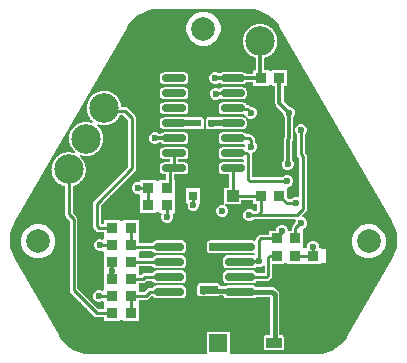
<source format=gbr>
G04*
G04 #@! TF.GenerationSoftware,Altium Limited,Altium Designer,23.10.1 (27)*
G04*
G04 Layer_Physical_Order=1*
G04 Layer_Color=255*
%FSLAX44Y44*%
%MOMM*%
G71*
G04*
G04 #@! TF.SameCoordinates,F1356F94-EBF5-402A-8C13-2620F03D8000*
G04*
G04*
G04 #@! TF.FilePolarity,Positive*
G04*
G01*
G75*
%ADD10C,0.2000*%
%ADD12R,0.9500X0.9500*%
G04:AMPARAMS|DCode=13|XSize=2.5mm|YSize=0.65mm|CornerRadius=0.1625mm|HoleSize=0mm|Usage=FLASHONLY|Rotation=0.000|XOffset=0mm|YOffset=0mm|HoleType=Round|Shape=RoundedRectangle|*
%AMROUNDEDRECTD13*
21,1,2.5000,0.3250,0,0,0.0*
21,1,2.1750,0.6500,0,0,0.0*
1,1,0.3250,1.0875,-0.1625*
1,1,0.3250,-1.0875,-0.1625*
1,1,0.3250,-1.0875,0.1625*
1,1,0.3250,1.0875,0.1625*
%
%ADD13ROUNDEDRECTD13*%
G04:AMPARAMS|DCode=14|XSize=1.97mm|YSize=0.6mm|CornerRadius=0.15mm|HoleSize=0mm|Usage=FLASHONLY|Rotation=180.000|XOffset=0mm|YOffset=0mm|HoleType=Round|Shape=RoundedRectangle|*
%AMROUNDEDRECTD14*
21,1,1.9700,0.3000,0,0,180.0*
21,1,1.6700,0.6000,0,0,180.0*
1,1,0.3000,-0.8350,0.1500*
1,1,0.3000,0.8350,0.1500*
1,1,0.3000,0.8350,-0.1500*
1,1,0.3000,-0.8350,-0.1500*
%
%ADD14ROUNDEDRECTD14*%
%ADD15R,0.8000X0.8000*%
%ADD21C,2.5000*%
%ADD24C,2.0000*%
%ADD25R,1.0000X1.0000*%
%ADD26C,0.2500*%
%ADD27C,0.3000*%
%ADD28C,0.2540*%
%ADD29C,0.4000*%
%ADD30R,1.4928X0.6857*%
%ADD31R,1.3349X0.8815*%
%ADD32R,2.8938X0.6157*%
%ADD33R,2.3519X0.6451*%
%ADD34R,2.3160X0.6207*%
%ADD35R,1.5000X1.5000*%
%ADD36C,1.5000*%
%ADD37C,0.3000*%
%ADD38C,0.4000*%
%ADD39C,0.6000*%
G36*
X37293Y-3059D02*
X39386Y-3059D01*
X43538Y-3605D01*
X47582Y-4689D01*
X51450Y-6291D01*
X55076Y-8385D01*
X58398Y-10934D01*
X61359Y-13894D01*
X63908Y-17216D01*
X64955Y-19029D01*
X159747Y-183215D01*
X160794Y-185028D01*
X162397Y-188897D01*
X163480Y-192941D01*
X164027Y-197092D01*
X164027Y-201279D01*
X163480Y-205431D01*
X162397Y-209475D01*
X160794Y-213343D01*
X159747Y-215156D01*
X122455Y-279750D01*
X121408Y-281563D01*
X118859Y-284884D01*
X115898Y-287845D01*
X112577Y-290394D01*
X108950Y-292488D01*
X105082Y-294090D01*
X101038Y-295174D01*
X96886Y-295720D01*
X22200D01*
Y-276980D01*
X3200D01*
Y-295720D01*
X-96886D01*
X-101038Y-295174D01*
X-105082Y-294090D01*
X-108950Y-292488D01*
X-112577Y-290394D01*
X-115898Y-287845D01*
X-118859Y-284884D01*
X-121408Y-281562D01*
X-122455Y-279750D01*
X-159747Y-215157D01*
X-159747Y-215156D01*
X-160794Y-213344D01*
X-162397Y-209475D01*
X-163480Y-205431D01*
X-164027Y-201279D01*
X-164027Y-197092D01*
X-163480Y-192941D01*
X-162397Y-188897D01*
X-160794Y-185028D01*
X-159747Y-183215D01*
X-159747Y-183215D01*
X-64955Y-19029D01*
X-63908Y-17216D01*
X-61359Y-13895D01*
X-58398Y-10934D01*
X-55077Y-8385D01*
X-51450Y-6291D01*
X-47582Y-4689D01*
X-43538Y-3605D01*
X-39386Y-3059D01*
X-37293Y-3059D01*
X37293Y-3059D01*
D02*
G37*
%LPC*%
G36*
X48323Y-15977D02*
X48068Y-15994D01*
X47812Y-15977D01*
X47448Y-16025D01*
X46159D01*
X44913Y-16359D01*
X44549Y-16407D01*
X44307Y-16489D01*
X44056Y-16539D01*
X43716Y-16680D01*
X42471Y-17013D01*
X41354Y-17658D01*
X41015Y-17799D01*
X40802Y-17941D01*
X40573Y-18054D01*
X40281Y-18278D01*
X39165Y-18922D01*
X38253Y-19834D01*
X37961Y-20058D01*
X37793Y-20250D01*
X37600Y-20419D01*
X37377Y-20710D01*
X36465Y-21622D01*
X35820Y-22739D01*
X35597Y-23030D01*
X35484Y-23260D01*
X35341Y-23472D01*
X35201Y-23812D01*
X34556Y-24929D01*
X34222Y-26174D01*
X34082Y-26513D01*
X34032Y-26764D01*
X33949Y-27007D01*
X33902Y-27371D01*
X33568Y-28616D01*
Y-29906D01*
X33520Y-30270D01*
X33537Y-30525D01*
X33520Y-30781D01*
X33568Y-31145D01*
Y-32434D01*
X33902Y-33680D01*
X33949Y-34044D01*
X34032Y-34286D01*
X34082Y-34537D01*
X34222Y-34877D01*
X34556Y-36122D01*
X35201Y-37239D01*
X35341Y-37578D01*
X35484Y-37791D01*
X35597Y-38021D01*
X35820Y-38312D01*
X36465Y-39429D01*
X37377Y-40340D01*
X37600Y-40632D01*
X37793Y-40800D01*
X37961Y-40993D01*
X38253Y-41216D01*
X39165Y-42128D01*
X40281Y-42773D01*
X40573Y-42997D01*
X40802Y-43110D01*
X41015Y-43252D01*
X41354Y-43393D01*
X42471Y-44037D01*
X43716Y-44371D01*
X44056Y-44511D01*
X44307Y-44561D01*
X44488Y-44623D01*
Y-54830D01*
X41638D01*
Y-58320D01*
X35933D01*
X35632Y-57868D01*
X34997Y-57444D01*
X34942Y-57421D01*
X34466Y-57103D01*
X33904Y-56991D01*
X33849Y-56969D01*
X33100Y-56820D01*
X16400D01*
X15651Y-56969D01*
X15596Y-56991D01*
X15034Y-57103D01*
X14558Y-57421D01*
X14503Y-57444D01*
X13868Y-57868D01*
X12773Y-57457D01*
X10935Y-56696D01*
X10019D01*
X9941Y-56680D01*
X9862Y-56696D01*
X8946D01*
X7108Y-57457D01*
X5702Y-58864D01*
X4941Y-60701D01*
Y-62691D01*
X5702Y-64528D01*
X7108Y-65935D01*
X8946Y-66696D01*
X10935D01*
X12773Y-65935D01*
X13868Y-65932D01*
X14503Y-66356D01*
X14558Y-66379D01*
X15034Y-66697D01*
X15596Y-66809D01*
X15651Y-66831D01*
X16400Y-66980D01*
X33100D01*
X33849Y-66831D01*
X33904Y-66809D01*
X34466Y-66697D01*
X34942Y-66379D01*
X34997Y-66356D01*
X35632Y-65932D01*
X35933Y-65480D01*
X41638D01*
Y-68330D01*
X55138D01*
Y-67560D01*
X57638D01*
Y-68330D01*
X60820D01*
Y-82909D01*
X61091Y-84275D01*
X61865Y-85433D01*
X67527Y-91095D01*
Y-92042D01*
X68288Y-93880D01*
X68958Y-94550D01*
Y-111262D01*
X68921Y-111299D01*
X68148Y-112457D01*
X67876Y-113822D01*
Y-131301D01*
X67206Y-131972D01*
X66445Y-133809D01*
Y-135799D01*
X67206Y-137636D01*
X68612Y-139043D01*
X70450Y-139804D01*
X72439D01*
X74277Y-139043D01*
X75683Y-137636D01*
X76445Y-135799D01*
Y-133809D01*
X75683Y-131972D01*
X75013Y-131301D01*
Y-115301D01*
X75050Y-115264D01*
X75824Y-114106D01*
X76095Y-112740D01*
Y-94550D01*
X76766Y-93880D01*
X77527Y-92042D01*
Y-90053D01*
X76766Y-88216D01*
X75359Y-86809D01*
X73521Y-86048D01*
X72574D01*
X67957Y-81431D01*
Y-68330D01*
X71138D01*
Y-54830D01*
X57638D01*
Y-55806D01*
X55138D01*
Y-54830D01*
X51648D01*
Y-44623D01*
X51829Y-44561D01*
X52080Y-44511D01*
X52419Y-44371D01*
X53665Y-44037D01*
X54781Y-43393D01*
X55121Y-43252D01*
X55333Y-43110D01*
X55563Y-42997D01*
X55854Y-42773D01*
X56971Y-42128D01*
X57883Y-41216D01*
X58174Y-40993D01*
X58343Y-40800D01*
X58535Y-40632D01*
X58759Y-40340D01*
X59671Y-39429D01*
X60315Y-38312D01*
X60539Y-38021D01*
X60652Y-37791D01*
X60794Y-37578D01*
X60935Y-37239D01*
X61580Y-36122D01*
X61913Y-34877D01*
X62054Y-34537D01*
X62104Y-34286D01*
X62186Y-34044D01*
X62234Y-33680D01*
X62568Y-32434D01*
Y-31145D01*
X62616Y-30781D01*
X62599Y-30525D01*
X62616Y-30270D01*
X62568Y-29906D01*
Y-28616D01*
X62234Y-27371D01*
X62186Y-27007D01*
X62104Y-26764D01*
X62054Y-26513D01*
X61913Y-26174D01*
X61580Y-24929D01*
X60935Y-23812D01*
X60794Y-23472D01*
X60652Y-23260D01*
X60539Y-23030D01*
X60315Y-22739D01*
X59671Y-21622D01*
X58759Y-20710D01*
X58535Y-20419D01*
X58343Y-20250D01*
X58174Y-20058D01*
X57883Y-19834D01*
X56971Y-18922D01*
X55854Y-18278D01*
X55563Y-18054D01*
X55334Y-17941D01*
X55121Y-17799D01*
X54781Y-17658D01*
X53665Y-17013D01*
X52419Y-16680D01*
X52080Y-16539D01*
X51829Y-16489D01*
X51586Y-16407D01*
X51222Y-16359D01*
X49977Y-16025D01*
X48687D01*
X48323Y-15977D01*
D02*
G37*
G36*
X1959Y-5500D02*
X-1859D01*
X-5547Y-6488D01*
X-8853Y-8397D01*
X-11553Y-11097D01*
X-13462Y-14403D01*
X-14450Y-18091D01*
Y-21909D01*
X-13462Y-25597D01*
X-11553Y-28903D01*
X-8853Y-31603D01*
X-5547Y-33512D01*
X-1859Y-34500D01*
X1959D01*
X5647Y-33512D01*
X8953Y-31603D01*
X11653Y-28903D01*
X13562Y-25597D01*
X14550Y-21909D01*
Y-18091D01*
X13562Y-14403D01*
X11653Y-11097D01*
X8953Y-8397D01*
X5647Y-6488D01*
X1959Y-5500D01*
D02*
G37*
G36*
X-16400Y-56831D02*
X-33100D01*
X-34466Y-57103D01*
X-35623Y-57877D01*
X-36397Y-59034D01*
X-36669Y-60400D01*
Y-63400D01*
X-36397Y-64766D01*
X-35623Y-65923D01*
X-34466Y-66697D01*
X-33100Y-66969D01*
X-16400D01*
X-15034Y-66697D01*
X-13877Y-65923D01*
X-13103Y-64766D01*
X-12831Y-63400D01*
Y-60400D01*
X-13103Y-59034D01*
X-13877Y-57877D01*
X-15034Y-57103D01*
X-16400Y-56831D01*
D02*
G37*
G36*
X33100Y-69531D02*
X16400D01*
X15034Y-69803D01*
X13877Y-70577D01*
X13791Y-70705D01*
X13238Y-70759D01*
X11400Y-69998D01*
X9411D01*
X7573Y-70759D01*
X6166Y-72166D01*
X5405Y-74003D01*
Y-75992D01*
X6166Y-77830D01*
X7573Y-79237D01*
X9411Y-79998D01*
X11400D01*
X13238Y-79237D01*
X13853Y-78621D01*
X13877Y-78623D01*
X15034Y-79397D01*
X16400Y-79669D01*
X33100D01*
X34466Y-79397D01*
X35623Y-78623D01*
X36397Y-77466D01*
X36669Y-76100D01*
Y-73100D01*
X36397Y-71734D01*
X35623Y-70577D01*
X34466Y-69803D01*
X33100Y-69531D01*
D02*
G37*
G36*
X-83872Y-72651D02*
X-84128Y-72668D01*
X-84383Y-72651D01*
X-84748Y-72699D01*
X-86037D01*
X-87282Y-73032D01*
X-87646Y-73081D01*
X-87889Y-73163D01*
X-88140Y-73213D01*
X-88479Y-73353D01*
X-89725Y-73687D01*
X-90841Y-74332D01*
X-91180Y-74472D01*
X-91393Y-74615D01*
X-91623Y-74728D01*
X-91915Y-74951D01*
X-93031Y-75596D01*
X-93942Y-76508D01*
X-94234Y-76731D01*
X-94403Y-76924D01*
X-94595Y-77092D01*
X-94819Y-77384D01*
X-95731Y-78296D01*
X-96375Y-79412D01*
X-96599Y-79704D01*
X-96712Y-79933D01*
X-96854Y-80146D01*
X-96995Y-80486D01*
X-97640Y-81602D01*
X-97973Y-82847D01*
X-98114Y-83187D01*
X-98164Y-83438D01*
X-98246Y-83680D01*
X-98294Y-84045D01*
X-98628Y-85290D01*
Y-86579D01*
X-98676Y-86943D01*
X-98659Y-87199D01*
X-98676Y-87454D01*
X-98628Y-87818D01*
Y-89108D01*
X-98294Y-90353D01*
X-98246Y-90717D01*
X-98164Y-90960D01*
X-98114Y-91211D01*
X-97973Y-91550D01*
X-97640Y-92796D01*
X-96995Y-93912D01*
X-96854Y-94252D01*
X-96712Y-94465D01*
X-96599Y-94694D01*
X-96375Y-94986D01*
X-95731Y-96102D01*
X-94819Y-97014D01*
X-94595Y-97305D01*
X-94403Y-97474D01*
X-94234Y-97666D01*
X-93943Y-97890D01*
X-93461Y-98372D01*
X-94118Y-99510D01*
X-97219Y-98680D01*
X-101037D01*
X-104725Y-99668D01*
X-108031Y-101577D01*
X-110731Y-104276D01*
X-112640Y-107583D01*
X-113628Y-111271D01*
Y-115089D01*
X-112640Y-118776D01*
X-110731Y-122083D01*
X-108461Y-124353D01*
X-109118Y-125491D01*
X-109776Y-125315D01*
X-110116Y-125174D01*
X-110367Y-125124D01*
X-110609Y-125042D01*
X-110973Y-124994D01*
X-112219Y-124660D01*
X-113508D01*
X-113872Y-124612D01*
X-114128Y-124629D01*
X-114383Y-124612D01*
X-114747Y-124660D01*
X-116037D01*
X-117282Y-124994D01*
X-117646Y-125042D01*
X-117889Y-125124D01*
X-118140Y-125174D01*
X-118479Y-125315D01*
X-119725Y-125648D01*
X-120841Y-126293D01*
X-121180Y-126434D01*
X-121393Y-126576D01*
X-121623Y-126689D01*
X-121914Y-126913D01*
X-123031Y-127557D01*
X-123943Y-128469D01*
X-124234Y-128693D01*
X-124403Y-128885D01*
X-124595Y-129054D01*
X-124819Y-129345D01*
X-125731Y-130257D01*
X-126375Y-131374D01*
X-126599Y-131665D01*
X-126712Y-131895D01*
X-126854Y-132108D01*
X-126995Y-132447D01*
X-127640Y-133564D01*
X-127973Y-134809D01*
X-128114Y-135148D01*
X-128164Y-135399D01*
X-128246Y-135642D01*
X-128294Y-136006D01*
X-128628Y-137251D01*
Y-138541D01*
X-128676Y-138905D01*
X-128659Y-139160D01*
X-128676Y-139416D01*
X-128628Y-139780D01*
Y-141069D01*
X-128294Y-142315D01*
X-128246Y-142679D01*
X-128164Y-142921D01*
X-128114Y-143172D01*
X-127973Y-143512D01*
X-127640Y-144757D01*
X-126995Y-145874D01*
X-126854Y-146213D01*
X-126712Y-146426D01*
X-126599Y-146656D01*
X-126375Y-146947D01*
X-125731Y-148064D01*
X-124819Y-148975D01*
X-124595Y-149267D01*
X-124403Y-149436D01*
X-124234Y-149628D01*
X-123943Y-149852D01*
X-123031Y-150763D01*
X-121914Y-151408D01*
X-121623Y-151631D01*
X-121393Y-151745D01*
X-121180Y-151887D01*
X-120841Y-152028D01*
X-119725Y-152672D01*
X-118479Y-153006D01*
X-118140Y-153146D01*
X-117889Y-153196D01*
X-117646Y-153279D01*
X-117441Y-153306D01*
Y-177251D01*
X-117189Y-178519D01*
X-116471Y-179594D01*
X-113267Y-182798D01*
Y-241423D01*
X-113014Y-242691D01*
X-112296Y-243766D01*
X-92747Y-263316D01*
X-91672Y-264034D01*
X-90404Y-264286D01*
X-84443D01*
Y-267723D01*
X-70943D01*
Y-266953D01*
X-68443D01*
Y-267723D01*
X-54943D01*
Y-254223D01*
X-54943D01*
Y-253274D01*
X-54943D01*
Y-249838D01*
X-48940D01*
X-47672Y-249586D01*
X-46597Y-248867D01*
X-44228Y-246499D01*
X-42703Y-246623D01*
X-42517Y-246901D01*
X-41318Y-247702D01*
X-39904Y-247984D01*
X-18154D01*
X-16740Y-247702D01*
X-15540Y-246901D01*
X-14739Y-245702D01*
X-14458Y-244288D01*
Y-241038D01*
X-14739Y-239623D01*
X-15540Y-238424D01*
X-16740Y-237623D01*
X-18154Y-237342D01*
X-39904D01*
X-41318Y-237623D01*
X-42517Y-238424D01*
X-43135Y-239349D01*
X-45078D01*
X-46346Y-239601D01*
X-47421Y-240319D01*
X-50312Y-243211D01*
X-54943D01*
Y-240096D01*
X-54943Y-239774D01*
Y-238826D01*
X-54943Y-238504D01*
Y-235389D01*
X-51493D01*
X-50224Y-235137D01*
X-49149Y-234419D01*
X-48007Y-233276D01*
X-43135D01*
X-42517Y-234201D01*
X-41318Y-235002D01*
X-39904Y-235284D01*
X-18154D01*
X-16740Y-235002D01*
X-15540Y-234201D01*
X-14739Y-233002D01*
X-14458Y-231588D01*
Y-228338D01*
X-14739Y-226923D01*
X-15540Y-225724D01*
X-16740Y-224923D01*
X-18154Y-224642D01*
X-39904D01*
X-41318Y-224923D01*
X-42517Y-225724D01*
X-43135Y-226649D01*
X-49379D01*
X-50648Y-226901D01*
X-51723Y-227619D01*
X-52865Y-228762D01*
X-54943D01*
Y-225326D01*
X-54943D01*
X-54818Y-224322D01*
X-54818D01*
X-54818Y-224108D01*
Y-220576D01*
X-43135D01*
X-42517Y-221501D01*
X-41318Y-222302D01*
X-39904Y-222584D01*
X-18154D01*
X-16740Y-222302D01*
X-15540Y-221501D01*
X-14739Y-220302D01*
X-14458Y-218888D01*
Y-215638D01*
X-14739Y-214223D01*
X-15540Y-213024D01*
X-16740Y-212223D01*
X-18154Y-211942D01*
X-39904D01*
X-41318Y-212223D01*
X-42517Y-213024D01*
X-43135Y-213949D01*
X-54818D01*
Y-211147D01*
X-54818Y-210822D01*
X-54943Y-209604D01*
Y-208774D01*
X-54045Y-207876D01*
X-43135D01*
X-42517Y-208801D01*
X-41318Y-209602D01*
X-39904Y-209884D01*
X-18154D01*
X-16740Y-209602D01*
X-15540Y-208801D01*
X-14739Y-207602D01*
X-14458Y-206188D01*
Y-202938D01*
X-14739Y-201523D01*
X-15540Y-200324D01*
X-16740Y-199523D01*
X-18154Y-199242D01*
X-39904D01*
X-41318Y-199523D01*
X-42517Y-200324D01*
X-43135Y-201249D01*
X-54943D01*
Y-196429D01*
X-54943D01*
Y-195481D01*
X-54943D01*
Y-181981D01*
X-68443D01*
Y-182957D01*
X-70943D01*
Y-181981D01*
X-84443D01*
Y-185417D01*
X-87064D01*
Y-169932D01*
X-57785Y-140653D01*
X-57067Y-139578D01*
X-56815Y-138310D01*
Y-95897D01*
X-57067Y-94629D01*
X-57785Y-93554D01*
X-64246Y-87094D01*
X-65321Y-86375D01*
X-66589Y-86123D01*
X-69628D01*
Y-85290D01*
X-69962Y-84044D01*
X-70009Y-83680D01*
X-70092Y-83438D01*
X-70142Y-83187D01*
X-70282Y-82848D01*
X-70616Y-81602D01*
X-71261Y-80485D01*
X-71401Y-80146D01*
X-71543Y-79933D01*
X-71657Y-79704D01*
X-71880Y-79412D01*
X-72525Y-78296D01*
X-73437Y-77384D01*
X-73660Y-77092D01*
X-73853Y-76924D01*
X-74021Y-76731D01*
X-74313Y-76508D01*
X-75224Y-75596D01*
X-76341Y-74951D01*
X-76633Y-74728D01*
X-76862Y-74615D01*
X-77075Y-74472D01*
X-77414Y-74332D01*
X-78531Y-73687D01*
X-79776Y-73353D01*
X-80116Y-73213D01*
X-80367Y-73163D01*
X-80609Y-73081D01*
X-80974Y-73032D01*
X-82219Y-72699D01*
X-83508D01*
X-83872Y-72651D01*
D02*
G37*
G36*
X-16400Y-69531D02*
X-33100D01*
X-34466Y-69803D01*
X-35623Y-70577D01*
X-36397Y-71734D01*
X-36669Y-73100D01*
Y-76100D01*
X-36397Y-77466D01*
X-35623Y-78623D01*
X-34466Y-79397D01*
X-33100Y-79669D01*
X-16400D01*
X-15034Y-79397D01*
X-13877Y-78623D01*
X-13103Y-77466D01*
X-12831Y-76100D01*
Y-73100D01*
X-13103Y-71734D01*
X-13877Y-70577D01*
X-15034Y-69803D01*
X-16400Y-69531D01*
D02*
G37*
G36*
Y-82231D02*
X-33100D01*
X-34466Y-82503D01*
X-35623Y-83277D01*
X-36397Y-84434D01*
X-36669Y-85800D01*
Y-88800D01*
X-36397Y-90166D01*
X-35623Y-91323D01*
X-34466Y-92097D01*
X-33100Y-92369D01*
X-16400D01*
X-15034Y-92097D01*
X-13877Y-91323D01*
X-13103Y-90166D01*
X-12831Y-88800D01*
Y-85800D01*
X-13103Y-84434D01*
X-13877Y-83277D01*
X-15034Y-82503D01*
X-16400Y-82231D01*
D02*
G37*
G36*
X33100D02*
X16400D01*
X15034Y-82503D01*
X13877Y-83277D01*
X13103Y-84434D01*
X12831Y-85800D01*
Y-88800D01*
X13103Y-90166D01*
X13877Y-91323D01*
X15034Y-92097D01*
X16400Y-92369D01*
X33100D01*
X33755Y-92238D01*
X34512Y-92146D01*
X35353Y-93031D01*
X35725Y-93929D01*
X37132Y-95335D01*
X38969Y-96097D01*
X40958D01*
X42796Y-95335D01*
X44203Y-93929D01*
X44964Y-92091D01*
Y-90102D01*
X44203Y-88264D01*
X42796Y-86858D01*
X40958Y-86097D01*
X39957D01*
X39093Y-85232D01*
X38017Y-84514D01*
X36749Y-84262D01*
X36281D01*
X35623Y-83277D01*
X34466Y-82503D01*
X33100Y-82231D01*
D02*
G37*
G36*
Y-94931D02*
X16400D01*
X16252Y-94961D01*
X4162D01*
X3382Y-95116D01*
X2721Y-95558D01*
X2279Y-96220D01*
X2123Y-97000D01*
Y-98892D01*
X1941Y-99333D01*
Y-101322D01*
X2123Y-101763D01*
Y-103157D01*
X2279Y-103937D01*
X2721Y-104599D01*
X3382Y-105041D01*
X4162Y-105196D01*
X5627D01*
X5946Y-105328D01*
X7935D01*
X8254Y-105196D01*
X13196D01*
X13271Y-105227D01*
X15260D01*
X15335Y-105196D01*
X33100D01*
X33880Y-105041D01*
X34151Y-104859D01*
X34466Y-104797D01*
X35623Y-104023D01*
X36397Y-102866D01*
X36669Y-101500D01*
Y-98500D01*
X36397Y-97134D01*
X35623Y-95977D01*
X34466Y-95203D01*
X33100Y-94931D01*
D02*
G37*
G36*
X-16400D02*
X-33100D01*
X-34466Y-95203D01*
X-35623Y-95977D01*
X-36397Y-97134D01*
X-36669Y-98500D01*
Y-101500D01*
X-36397Y-102866D01*
X-35623Y-104023D01*
X-34466Y-104797D01*
X-33100Y-105069D01*
X-25564D01*
X-25530Y-105091D01*
X-24750Y-105246D01*
X-1591D01*
X-810Y-105091D01*
X-149Y-104649D01*
X293Y-103988D01*
X449Y-103207D01*
Y-97000D01*
X293Y-96220D01*
X-149Y-95558D01*
X-810Y-95116D01*
X-1591Y-94961D01*
X-3730D01*
X-3743Y-94955D01*
X-5732D01*
X-5745Y-94961D01*
X-16252D01*
X-16400Y-94931D01*
D02*
G37*
G36*
Y-107631D02*
X-33100D01*
X-34466Y-107903D01*
X-35623Y-108677D01*
X-35927Y-109131D01*
X-37551D01*
X-38221Y-108461D01*
X-40059Y-107700D01*
X-42048D01*
X-43886Y-108461D01*
X-45292Y-109868D01*
X-46054Y-111705D01*
Y-113695D01*
X-45292Y-115532D01*
X-43886Y-116939D01*
X-42048Y-117700D01*
X-40059D01*
X-38221Y-116939D01*
X-37551Y-116269D01*
X-35927D01*
X-35623Y-116723D01*
X-34466Y-117497D01*
X-33100Y-117769D01*
X-16400D01*
X-15034Y-117497D01*
X-13877Y-116723D01*
X-13103Y-115566D01*
X-12831Y-114200D01*
Y-111200D01*
X-13103Y-109834D01*
X-13877Y-108677D01*
X-15034Y-107903D01*
X-16400Y-107631D01*
D02*
G37*
G36*
Y-120331D02*
X-33100D01*
X-34466Y-120603D01*
X-35623Y-121377D01*
X-36397Y-122534D01*
X-36669Y-123900D01*
Y-126900D01*
X-36397Y-128266D01*
X-35623Y-129423D01*
X-34466Y-130197D01*
X-33100Y-130469D01*
X-28064D01*
Y-133031D01*
X-33100D01*
X-34466Y-133303D01*
X-35623Y-134077D01*
X-36397Y-135234D01*
X-36669Y-136600D01*
Y-139600D01*
X-36397Y-140966D01*
X-35623Y-142123D01*
X-34466Y-142897D01*
X-33100Y-143169D01*
X-31350D01*
Y-148259D01*
X-37281D01*
Y-149028D01*
X-39781D01*
Y-148259D01*
X-53281D01*
Y-149411D01*
X-54338Y-150117D01*
X-54734Y-149953D01*
X-56723D01*
X-58561Y-150714D01*
X-59967Y-152121D01*
X-60729Y-153958D01*
Y-155947D01*
X-59967Y-157785D01*
X-58561Y-159192D01*
X-56723Y-159953D01*
X-54734D01*
X-54338Y-159789D01*
X-53281Y-160494D01*
Y-161759D01*
X-53281D01*
X-53314Y-162353D01*
X-53314D01*
X-53314Y-163015D01*
Y-175853D01*
X-39814D01*
Y-175084D01*
X-37314D01*
Y-175853D01*
X-35840D01*
X-35052Y-177123D01*
X-35531Y-178280D01*
Y-180269D01*
X-34769Y-182106D01*
X-33363Y-183513D01*
X-31525Y-184274D01*
X-29536D01*
X-27698Y-183513D01*
X-26292Y-182106D01*
X-25531Y-180269D01*
Y-178280D01*
X-26010Y-177123D01*
X-25221Y-175853D01*
X-23814D01*
Y-162353D01*
X-23814D01*
X-23781Y-161759D01*
X-23781D01*
X-23781Y-161096D01*
Y-148259D01*
X-24723D01*
Y-143169D01*
X-16400D01*
X-15034Y-142897D01*
X-13877Y-142123D01*
X-13103Y-140966D01*
X-12831Y-139600D01*
Y-136600D01*
X-13103Y-135234D01*
X-13877Y-134077D01*
X-15034Y-133303D01*
X-16400Y-133031D01*
X-21436D01*
Y-130469D01*
X-16400D01*
X-15034Y-130197D01*
X-13877Y-129423D01*
X-13103Y-128266D01*
X-12831Y-126900D01*
Y-123900D01*
X-13103Y-122534D01*
X-13877Y-121377D01*
X-15034Y-120603D01*
X-16400Y-120331D01*
D02*
G37*
G36*
X83573Y-100774D02*
X81584D01*
X79746Y-101535D01*
X78340Y-102942D01*
X77579Y-104779D01*
Y-106769D01*
X78340Y-108606D01*
X79265Y-109531D01*
Y-126193D01*
X79517Y-127461D01*
X80236Y-128536D01*
X81238Y-129539D01*
Y-161980D01*
X79968Y-162829D01*
X79108Y-162472D01*
X77119D01*
X75281Y-163234D01*
X74356Y-164159D01*
X72145D01*
X71138Y-163152D01*
Y-154709D01*
X72151Y-154089D01*
X73840Y-153390D01*
X75247Y-151983D01*
X76008Y-150146D01*
Y-148156D01*
X75247Y-146319D01*
X73840Y-144912D01*
X72003Y-144151D01*
X70014D01*
X68176Y-144912D01*
X67223Y-145866D01*
X41473D01*
Y-127139D01*
X41253Y-126032D01*
X41284Y-125735D01*
X41876Y-124558D01*
X43222Y-124001D01*
X44628Y-122594D01*
X45389Y-120757D01*
Y-118767D01*
X44628Y-116930D01*
X43703Y-116005D01*
Y-114164D01*
X43451Y-112896D01*
X42733Y-111821D01*
X41268Y-110357D01*
X40193Y-109639D01*
X38925Y-109386D01*
X36098D01*
X35623Y-108677D01*
X34466Y-107903D01*
X33100Y-107631D01*
X16400D01*
X15034Y-107903D01*
X13877Y-108677D01*
X13103Y-109834D01*
X12831Y-111200D01*
Y-114200D01*
X13103Y-115566D01*
X13877Y-116723D01*
X15034Y-117497D01*
X16400Y-117769D01*
X33100D01*
X34466Y-117497D01*
X34570Y-117427D01*
X35596Y-118269D01*
X35389Y-118767D01*
Y-119693D01*
X35109Y-119969D01*
X34119Y-120534D01*
X33100Y-120331D01*
X16400D01*
X15034Y-120603D01*
X13877Y-121377D01*
X13103Y-122534D01*
X12831Y-123900D01*
Y-126900D01*
X13103Y-128266D01*
X13877Y-129423D01*
X15034Y-130197D01*
X16400Y-130469D01*
X33100D01*
X33336Y-130422D01*
X34355Y-131245D01*
Y-132254D01*
X33336Y-133078D01*
X33100Y-133031D01*
X16400D01*
X15034Y-133303D01*
X13877Y-134077D01*
X13103Y-135234D01*
X12831Y-136600D01*
Y-139600D01*
X13103Y-140966D01*
X13877Y-142123D01*
X15034Y-142897D01*
X16400Y-143169D01*
X21436D01*
Y-154459D01*
X17750D01*
Y-167378D01*
X17750Y-168220D01*
X17665Y-168333D01*
X16883Y-169212D01*
X15709Y-169271D01*
X14980D01*
X13142Y-170032D01*
X11736Y-171439D01*
X10975Y-173276D01*
Y-175265D01*
X11736Y-177103D01*
X13142Y-178510D01*
X14980Y-179271D01*
X16969D01*
X18807Y-178510D01*
X20213Y-177103D01*
X20975Y-175265D01*
Y-173276D01*
X20213Y-171439D01*
X18807Y-170032D01*
X18076Y-169729D01*
X18327Y-168464D01*
X18339Y-168459D01*
X18900Y-168459D01*
X18900Y-168459D01*
X18921Y-168459D01*
X31750D01*
Y-164773D01*
X41638D01*
Y-168209D01*
X45075D01*
Y-174200D01*
X44540Y-174735D01*
X42648D01*
X41723Y-173810D01*
X39885Y-173048D01*
X37896D01*
X36058Y-173810D01*
X34652Y-175216D01*
X33890Y-177054D01*
Y-179043D01*
X34652Y-180881D01*
X36058Y-182287D01*
X37896Y-183048D01*
X39885D01*
X41723Y-182287D01*
X42648Y-181362D01*
X77673D01*
X78434Y-182632D01*
X77936Y-183835D01*
Y-184377D01*
X75544Y-186770D01*
X74826Y-187845D01*
X74573Y-189113D01*
Y-190863D01*
X71475D01*
Y-190051D01*
X70714Y-188213D01*
X69307Y-186807D01*
X67470Y-186045D01*
X65481D01*
X63643Y-186807D01*
X62236Y-188213D01*
X61475Y-190051D01*
Y-190863D01*
X55137D01*
Y-194299D01*
X48749D01*
X47481Y-194551D01*
X46406Y-195270D01*
X44942Y-196734D01*
X44223Y-197809D01*
X44078Y-198542D01*
X43536Y-199192D01*
X42701Y-199412D01*
X41846Y-199242D01*
X20096D01*
X19936Y-199273D01*
X10866D01*
X10237Y-199013D01*
X8248D01*
X7620Y-199273D01*
X5192D01*
X4411Y-199429D01*
X3750Y-199871D01*
X3307Y-200532D01*
X3152Y-201313D01*
Y-207764D01*
X3307Y-208544D01*
X3750Y-209205D01*
X4411Y-209648D01*
X5192Y-209803D01*
X19689D01*
X20096Y-209884D01*
X41846D01*
X42336Y-209786D01*
X43438Y-210632D01*
Y-211193D01*
X42336Y-212039D01*
X41846Y-211942D01*
X20096D01*
X18681Y-212223D01*
X17483Y-213024D01*
X16681Y-214223D01*
X16400Y-215638D01*
Y-218888D01*
X16681Y-220302D01*
X17483Y-221501D01*
X18681Y-222302D01*
X20096Y-222584D01*
X41846D01*
X43260Y-222302D01*
X44459Y-221501D01*
X44759Y-221053D01*
X46290Y-221688D01*
X48279D01*
X50117Y-220927D01*
X50439Y-220605D01*
X51709Y-221131D01*
Y-226995D01*
X45275D01*
X45261Y-226923D01*
X44459Y-225724D01*
X43260Y-224923D01*
X41846Y-224642D01*
X20096D01*
X18681Y-224923D01*
X17483Y-225724D01*
X16681Y-226923D01*
X16400Y-228338D01*
Y-231588D01*
X16681Y-233002D01*
X17483Y-234201D01*
X18681Y-235002D01*
X20096Y-235284D01*
X41846D01*
X43260Y-235002D01*
X44459Y-234201D01*
X44846Y-233622D01*
X53527D01*
X54795Y-233370D01*
X55870Y-232652D01*
X57366Y-231156D01*
X58084Y-230081D01*
X58336Y-228813D01*
Y-218941D01*
X68638D01*
Y-218172D01*
X71138D01*
Y-218941D01*
X84638D01*
Y-218941D01*
X85882Y-219005D01*
Y-219223D01*
X99382D01*
Y-218247D01*
X103882D01*
Y-206493D01*
X99382D01*
Y-205723D01*
X98204D01*
X98023Y-205452D01*
Y-203463D01*
X97262Y-201626D01*
X95855Y-200219D01*
X94017Y-199458D01*
X92028D01*
X90191Y-200219D01*
X88784Y-201626D01*
X88023Y-203463D01*
Y-205452D01*
X87842Y-205723D01*
X85882D01*
Y-205723D01*
X85793Y-205719D01*
X84638Y-205441D01*
X84637Y-204363D01*
X84637D01*
Y-190863D01*
X84637D01*
X84502Y-189593D01*
X85768Y-189068D01*
X87175Y-187661D01*
X87936Y-185824D01*
Y-183835D01*
X87175Y-181997D01*
X85768Y-180590D01*
X83931Y-179829D01*
X83582D01*
X83056Y-178559D01*
X86895Y-174720D01*
X87613Y-173645D01*
X87866Y-172377D01*
Y-128166D01*
X87613Y-126898D01*
X86895Y-125823D01*
X85892Y-124820D01*
Y-109531D01*
X86818Y-108606D01*
X87579Y-106769D01*
Y-104779D01*
X86818Y-102942D01*
X85411Y-101535D01*
X83573Y-100774D01*
D02*
G37*
G36*
X-2574Y-155230D02*
X-14574D01*
Y-167230D01*
X-14015D01*
X-13484Y-168024D01*
Y-170013D01*
X-12723Y-171851D01*
X-11316Y-173257D01*
X-9479Y-174018D01*
X-7490D01*
X-5652Y-173257D01*
X-4245Y-171851D01*
X-3484Y-170013D01*
Y-168024D01*
X-2954Y-167230D01*
X-2574D01*
Y-155230D01*
D02*
G37*
G36*
X141909Y-185500D02*
X138091D01*
X134403Y-186488D01*
X131097Y-188397D01*
X128397Y-191097D01*
X126488Y-194403D01*
X125500Y-198091D01*
Y-201909D01*
X126488Y-205597D01*
X128397Y-208903D01*
X131097Y-211603D01*
X134403Y-213512D01*
X138091Y-214500D01*
X141909D01*
X145597Y-213512D01*
X148903Y-211603D01*
X151603Y-208903D01*
X153512Y-205597D01*
X154500Y-201909D01*
Y-198091D01*
X153512Y-194403D01*
X151603Y-191097D01*
X148903Y-188397D01*
X145597Y-186488D01*
X141909Y-185500D01*
D02*
G37*
G36*
X-138091D02*
X-141909D01*
X-145597Y-186488D01*
X-148903Y-188397D01*
X-151603Y-191097D01*
X-153512Y-194403D01*
X-154500Y-198091D01*
Y-201909D01*
X-153512Y-205597D01*
X-151603Y-208903D01*
X-148903Y-211603D01*
X-145597Y-213512D01*
X-141909Y-214500D01*
X-138091D01*
X-134403Y-213512D01*
X-131097Y-211603D01*
X-128397Y-208903D01*
X-126488Y-205597D01*
X-125500Y-201909D01*
Y-198091D01*
X-126488Y-194403D01*
X-128397Y-191097D01*
X-131097Y-188397D01*
X-134403Y-186488D01*
X-138091Y-185500D01*
D02*
G37*
G36*
X11813Y-235446D02*
X-3115D01*
X-3896Y-235602D01*
X-4557Y-236044D01*
X-4999Y-236705D01*
X-5155Y-237486D01*
Y-244342D01*
X-4999Y-245123D01*
X-4557Y-245784D01*
X-3896Y-246226D01*
X-3115Y-246381D01*
X-1853D01*
X-751Y-246601D01*
X352Y-246381D01*
X11813D01*
X12593Y-246226D01*
X13255Y-245784D01*
X13263Y-245772D01*
X16728D01*
X17483Y-246901D01*
X18681Y-247702D01*
X20096Y-247984D01*
X41846D01*
X43260Y-247702D01*
X44459Y-246901D01*
X44566Y-246741D01*
X56230D01*
Y-279417D01*
X52973D01*
X52192Y-279572D01*
X51531Y-280014D01*
X51089Y-280676D01*
X50934Y-281456D01*
Y-290271D01*
X51089Y-291052D01*
X51531Y-291713D01*
X52192Y-292155D01*
X52973Y-292310D01*
X66322D01*
X67102Y-292155D01*
X67764Y-291713D01*
X68206Y-291052D01*
X68361Y-290271D01*
Y-281456D01*
X68206Y-280676D01*
X67764Y-280014D01*
X67102Y-279572D01*
X66322Y-279417D01*
X64387D01*
Y-245006D01*
X64076Y-243445D01*
X63192Y-242122D01*
X63192Y-242122D01*
X60849Y-239779D01*
X59526Y-238895D01*
X57965Y-238584D01*
X57965Y-238584D01*
X44566D01*
X44459Y-238424D01*
X43260Y-237623D01*
X41846Y-237342D01*
X20096D01*
X18718Y-237616D01*
X13852D01*
Y-237486D01*
X13697Y-236705D01*
X13255Y-236044D01*
X12593Y-235602D01*
X11813Y-235446D01*
D02*
G37*
%LPD*%
G36*
X-63442Y-97270D02*
Y-136937D01*
X-92721Y-166216D01*
X-93439Y-167291D01*
X-93691Y-168559D01*
Y-186973D01*
X-93439Y-188241D01*
X-92721Y-189316D01*
X-90963Y-191074D01*
X-89888Y-191792D01*
X-88620Y-192044D01*
X-84443D01*
Y-195481D01*
X-84443D01*
Y-196429D01*
X-84443D01*
Y-197676D01*
X-85713Y-198524D01*
X-86547Y-198179D01*
X-88536D01*
X-90374Y-198940D01*
X-91780Y-200347D01*
X-92542Y-202185D01*
Y-204174D01*
X-91780Y-206011D01*
X-90374Y-207418D01*
X-88536Y-208179D01*
X-86547D01*
X-85713Y-207834D01*
X-84443Y-208682D01*
X-84443Y-209929D01*
X-84318Y-211147D01*
Y-224322D01*
X-84318D01*
X-84443Y-225326D01*
X-84443D01*
X-84443Y-225540D01*
Y-238504D01*
X-84443Y-238826D01*
Y-239774D01*
X-84443Y-240096D01*
Y-241544D01*
X-85713Y-242139D01*
X-87198Y-241524D01*
X-89188D01*
X-91025Y-242285D01*
X-92432Y-243692D01*
X-93193Y-245530D01*
Y-247519D01*
X-92432Y-249356D01*
X-91025Y-250763D01*
X-89188Y-251524D01*
X-87198D01*
X-85713Y-250909D01*
X-84443Y-251505D01*
Y-253274D01*
X-84443D01*
Y-254223D01*
X-84443D01*
Y-257659D01*
X-89031D01*
X-106639Y-240051D01*
Y-181426D01*
X-106892Y-180158D01*
X-107610Y-179083D01*
X-110814Y-175879D01*
Y-153306D01*
X-110609Y-153279D01*
X-110367Y-153196D01*
X-110116Y-153146D01*
X-109776Y-153006D01*
X-108531Y-152672D01*
X-107414Y-152028D01*
X-107075Y-151887D01*
X-106862Y-151745D01*
X-106633Y-151631D01*
X-106341Y-151408D01*
X-105225Y-150763D01*
X-104313Y-149852D01*
X-104021Y-149628D01*
X-103853Y-149435D01*
X-103660Y-149267D01*
X-103437Y-148975D01*
X-102525Y-148064D01*
X-101880Y-146947D01*
X-101657Y-146656D01*
X-101543Y-146426D01*
X-101401Y-146213D01*
X-101260Y-145874D01*
X-100616Y-144757D01*
X-100282Y-143512D01*
X-100142Y-143172D01*
X-100092Y-142921D01*
X-100009Y-142679D01*
X-99961Y-142315D01*
X-99628Y-141069D01*
Y-139780D01*
X-99580Y-139416D01*
X-99597Y-139160D01*
X-99580Y-138905D01*
X-99628Y-138541D01*
Y-137251D01*
X-99962Y-136006D01*
X-100009Y-135642D01*
X-100092Y-135400D01*
X-100142Y-135148D01*
X-100282Y-134809D01*
X-100616Y-133564D01*
X-101261Y-132447D01*
X-101401Y-132108D01*
X-101543Y-131895D01*
X-101657Y-131665D01*
X-101880Y-131374D01*
X-102525Y-130257D01*
X-103437Y-129345D01*
X-103660Y-129054D01*
X-103853Y-128885D01*
X-104021Y-128693D01*
X-104313Y-128469D01*
X-104795Y-127987D01*
X-104137Y-126849D01*
X-101037Y-127680D01*
X-97219D01*
X-93531Y-126692D01*
X-90225Y-124782D01*
X-87525Y-122083D01*
X-85616Y-118776D01*
X-84628Y-115089D01*
Y-111271D01*
X-85616Y-107583D01*
X-87525Y-104276D01*
X-89795Y-102007D01*
X-89137Y-100868D01*
X-88479Y-101044D01*
X-88140Y-101185D01*
X-87889Y-101235D01*
X-87646Y-101317D01*
X-87282Y-101365D01*
X-86037Y-101699D01*
X-84747D01*
X-84383Y-101747D01*
X-84128Y-101730D01*
X-83872Y-101747D01*
X-83508Y-101699D01*
X-82219D01*
X-80973Y-101365D01*
X-80609Y-101317D01*
X-80367Y-101235D01*
X-80116Y-101185D01*
X-79777Y-101045D01*
X-78531Y-100711D01*
X-77414Y-100066D01*
X-77075Y-99925D01*
X-76862Y-99783D01*
X-76633Y-99670D01*
X-76341Y-99447D01*
X-75224Y-98802D01*
X-74313Y-97890D01*
X-74021Y-97666D01*
X-73853Y-97474D01*
X-73660Y-97305D01*
X-73437Y-97014D01*
X-72525Y-96102D01*
X-71880Y-94985D01*
X-71657Y-94694D01*
X-71543Y-94465D01*
X-71401Y-94252D01*
X-71261Y-93912D01*
X-70616Y-92796D01*
X-70604Y-92751D01*
X-67962D01*
X-63442Y-97270D01*
D02*
G37*
D10*
X108532Y-212374D02*
X108586Y-212427D01*
Y-221365D02*
Y-212427D01*
D12*
X-30564Y-169103D02*
D03*
X-46564D02*
D03*
X-46532Y-155009D02*
D03*
X-30531D02*
D03*
X48388Y-161459D02*
D03*
X64388D02*
D03*
X-61693Y-203179D02*
D03*
X-77693D02*
D03*
X92632Y-212473D02*
D03*
X108631D02*
D03*
X77888Y-212191D02*
D03*
X61888D02*
D03*
X77887Y-197613D02*
D03*
X61887D02*
D03*
X-61693Y-188731D02*
D03*
X-77693D02*
D03*
X-77568Y-217572D02*
D03*
X-61568D02*
D03*
X64388Y-61580D02*
D03*
X48388D02*
D03*
X-61693Y-232076D02*
D03*
X-77693D02*
D03*
X-61693Y-246524D02*
D03*
X-77693D02*
D03*
X-61693Y-260973D02*
D03*
X-77693D02*
D03*
D13*
X30971Y-204563D02*
D03*
Y-217263D02*
D03*
Y-229963D02*
D03*
Y-242663D02*
D03*
X-29029D02*
D03*
Y-229963D02*
D03*
Y-217263D02*
D03*
Y-204563D02*
D03*
D14*
X-24750Y-138100D02*
D03*
Y-125400D02*
D03*
Y-112700D02*
D03*
Y-100000D02*
D03*
Y-87300D02*
D03*
Y-74600D02*
D03*
Y-61900D02*
D03*
X24750D02*
D03*
Y-74600D02*
D03*
Y-87300D02*
D03*
Y-100000D02*
D03*
Y-112700D02*
D03*
Y-125400D02*
D03*
Y-138100D02*
D03*
D15*
X6426Y-161230D02*
D03*
X-8574D02*
D03*
D21*
X-84128Y-87199D02*
D03*
X-99128Y-113180D02*
D03*
X-114128Y-139160D02*
D03*
X48068Y-30525D02*
D03*
D24*
X140000Y-200000D02*
D03*
X50Y-20000D02*
D03*
X-140000Y-200000D02*
D03*
D25*
X24750Y-161459D02*
D03*
D26*
X65387Y-194113D02*
Y-193081D01*
X66475Y-191992D02*
Y-191045D01*
X61887Y-197613D02*
X65387Y-194113D01*
Y-193081D02*
X66475Y-191992D01*
X47285Y-199077D02*
X48749Y-197613D01*
X61887D01*
X47285Y-216688D02*
Y-199077D01*
X46997Y-216975D02*
X47285Y-216688D01*
X30971Y-217263D02*
X31258Y-216975D01*
X46997D01*
X-30564Y-179241D02*
X-30531Y-179274D01*
X-30564Y-179241D02*
Y-169103D01*
X40389Y-119762D02*
Y-114164D01*
X24750Y-112700D02*
X38925D01*
X40389Y-114164D01*
X84552Y-172377D02*
Y-128166D01*
X45912Y-178048D02*
X78881D01*
X38890D02*
X45912D01*
X78881D02*
X84552Y-172377D01*
X77887Y-189113D02*
X82170Y-184829D01*
X82936D01*
X77887Y-197613D02*
Y-189113D01*
X70402Y-167472D02*
X78114D01*
X64388Y-161459D02*
X70402Y-167472D01*
X82579Y-126193D02*
Y-105774D01*
Y-126193D02*
X84552Y-128166D01*
X-8484Y-169018D02*
Y-160984D01*
X45912Y-178048D02*
X48388Y-175573D01*
Y-161459D01*
X48388Y-161459D02*
X48388Y-161459D01*
X24750Y-161459D02*
X48388D01*
X24750D02*
Y-138100D01*
X-31600Y-170139D02*
X-30564Y-169103D01*
X-46564D02*
Y-155009D01*
X-46587Y-154953D02*
X-46532Y-155009D01*
X-55729Y-154953D02*
X-46587D01*
X25025Y-87575D02*
X36749D01*
X24750Y-87300D02*
X25025Y-87575D01*
X36749D02*
X39964Y-90790D01*
Y-91097D02*
Y-90790D01*
X10604Y-74799D02*
X24551D01*
X10405Y-74998D02*
X10604Y-74799D01*
X24551D02*
X24750Y-74600D01*
X-28036Y-139831D02*
X-26305Y-138100D01*
X-28036Y-154959D02*
Y-139831D01*
X-26305Y-138100D02*
X-24750D01*
X-88193Y-246524D02*
X-77693D01*
X-87542Y-203179D02*
X-77693D01*
X-61258Y-217263D02*
X-29029D01*
X-61568Y-217572D02*
X-61258Y-217263D01*
X-51493Y-232076D02*
X-49379Y-229963D01*
X-29029D01*
X-61693Y-232076D02*
X-51493D01*
X-48940Y-246524D02*
X-45078Y-242663D01*
X-29029D01*
X-61693Y-246524D02*
X-48940D01*
X-61693Y-260973D02*
Y-246524D01*
X-60309Y-204563D02*
X-29029D01*
X-61693Y-203179D02*
X-60309Y-204563D01*
X-61693Y-203179D02*
Y-188731D01*
X-60128Y-138310D02*
Y-95897D01*
X-81890Y-89437D02*
X-66589D01*
X-60128Y-95897D01*
X-84128Y-87199D02*
X-81890Y-89437D01*
X-90378Y-168559D02*
X-60128Y-138310D01*
X-90378Y-186973D02*
Y-168559D01*
X-88620Y-188731D02*
X-77693D01*
X-90378Y-186973D02*
X-88620Y-188731D01*
X-90404Y-260973D02*
X-77693D01*
X-109953Y-241423D02*
Y-181426D01*
Y-241423D02*
X-90404Y-260973D01*
X-114128Y-177251D02*
X-109953Y-181426D01*
X-114128Y-177251D02*
Y-139160D01*
X93023Y-208973D02*
Y-204458D01*
X89131Y-212191D02*
X89757Y-211565D01*
X90207Y-212191D02*
Y-209599D01*
X89757D02*
X92632Y-212473D01*
X92397Y-209599D02*
X93023Y-208973D01*
X89757Y-211565D02*
Y-209599D01*
X90207D02*
X92397D01*
X77888Y-212191D02*
X90207D01*
X-24905Y-125245D02*
X-24750Y-125089D01*
Y-138100D02*
Y-125400D01*
X30971Y-229963D02*
X31317Y-230308D01*
X55022Y-228813D02*
Y-213656D01*
X31317Y-230308D02*
X53527D01*
X55022Y-228813D01*
Y-213656D02*
X56487Y-212191D01*
X65088D01*
X-29245Y-229747D02*
X-29029Y-229963D01*
X-29685Y-217919D02*
X-29029Y-217263D01*
D27*
X10043Y-61798D02*
X24648D01*
X24750Y-61900D01*
X9941Y-61696D02*
X10043Y-61798D01*
X71445Y-134804D02*
Y-113822D01*
X72527Y-112740D02*
Y-91048D01*
X71445Y-113822D02*
X72527Y-112740D01*
X64388Y-82909D02*
Y-61580D01*
Y-82909D02*
X72527Y-91048D01*
X24750Y-61900D02*
X48068D01*
Y-61259D02*
Y-30525D01*
Y-61259D02*
X48388Y-61580D01*
X48068Y-61900D02*
X48388Y-61580D01*
X-77693Y-224847D02*
Y-217697D01*
Y-232076D02*
Y-224847D01*
Y-217697D02*
X-77568Y-217572D01*
X-41054Y-112700D02*
X-24750D01*
D28*
X39627Y-149200D02*
X70960D01*
X71008Y-149151D01*
X38140Y-147712D02*
X39627Y-149200D01*
X38140Y-147712D02*
Y-127139D01*
X25001Y-125651D02*
X36652D01*
X38140Y-127139D01*
X24750Y-125400D02*
X25001Y-125651D01*
D29*
X9164Y-241694D02*
X30002D01*
X8216Y-240746D02*
X9164Y-241694D01*
X30002D02*
X30971Y-242663D01*
X2061Y-240746D02*
X8216D01*
X1138Y-241670D02*
X2061Y-240746D01*
X101Y-241670D02*
X1138D01*
X-751Y-242523D02*
X101Y-241670D01*
X56456Y-285818D02*
X57947D01*
X60308Y-283456D02*
Y-245006D01*
X57947Y-285818D02*
X60308Y-283456D01*
X30971Y-242663D02*
X57965D01*
X60308Y-245006D01*
X-12063Y-100008D02*
X-4790D01*
X-24750Y-100000D02*
X-24720Y-100030D01*
X-4790Y-100008D02*
X-4737Y-99955D01*
X-12145Y-100030D02*
X-12115Y-100060D01*
X-24720Y-100030D02*
X-12145D01*
X-12115Y-100060D02*
X-12063Y-100008D01*
D30*
X4349Y-240914D02*
D03*
D31*
X59647Y-285863D02*
D03*
D32*
X18631Y-100078D02*
D03*
D33*
X16951Y-204538D02*
D03*
D34*
X-13170Y-100104D02*
D03*
D35*
X12700Y-286480D02*
D03*
D36*
X-12700D02*
D03*
D37*
X148914Y-219861D02*
D03*
X140914Y-171861D02*
D03*
X136914Y-227861D02*
D03*
X128914Y-147861D02*
D03*
X132914Y-219861D02*
D03*
X128914Y-227861D02*
D03*
X132914Y-235861D02*
D03*
X128914Y-243861D02*
D03*
X120914Y-131861D02*
D03*
X124914Y-139861D02*
D03*
X120914Y-147861D02*
D03*
Y-211861D02*
D03*
X124914Y-219861D02*
D03*
X120914Y-227861D02*
D03*
X124914Y-235861D02*
D03*
X120914Y-243861D02*
D03*
X124914Y-251861D02*
D03*
X120914Y-259861D02*
D03*
X112914Y-115861D02*
D03*
X116914Y-123861D02*
D03*
X112914Y-131861D02*
D03*
X116914Y-139861D02*
D03*
X112914Y-147861D02*
D03*
Y-179861D02*
D03*
X116914Y-235861D02*
D03*
X112914Y-243861D02*
D03*
X116914Y-251861D02*
D03*
Y-267861D02*
D03*
X104914Y-115861D02*
D03*
X108914Y-123861D02*
D03*
X104914Y-131861D02*
D03*
X108914Y-139861D02*
D03*
X104914Y-147861D02*
D03*
X108914Y-155861D02*
D03*
X104914Y-163861D02*
D03*
X108914Y-171861D02*
D03*
X104914Y-179861D02*
D03*
X108914Y-187861D02*
D03*
X80914Y-67861D02*
D03*
X84914Y-75861D02*
D03*
X68914Y-43861D02*
D03*
X64914Y-227861D02*
D03*
X28914Y-11861D02*
D03*
X24914Y-19861D02*
D03*
X28914Y-283861D02*
D03*
X20914Y-11861D02*
D03*
Y-27861D02*
D03*
X16914Y-35861D02*
D03*
X914Y-259861D02*
D03*
X4914Y-267861D02*
D03*
X-7086Y-227861D02*
D03*
Y-259861D02*
D03*
X-3086Y-267861D02*
D03*
X-15086Y-35861D02*
D03*
X-11086Y-251861D02*
D03*
X-15086Y-259861D02*
D03*
X-11086Y-267861D02*
D03*
X-23086Y-19861D02*
D03*
Y-35861D02*
D03*
Y-259861D02*
D03*
X-19086Y-267861D02*
D03*
X-23086Y-275861D02*
D03*
X-27086Y-11861D02*
D03*
X-31086Y-19861D02*
D03*
X-27086Y-27861D02*
D03*
X-31086Y-35861D02*
D03*
Y-259861D02*
D03*
X-27086Y-267861D02*
D03*
X-31086Y-275861D02*
D03*
X-27086Y-283861D02*
D03*
X-35086Y-11861D02*
D03*
X-39086Y-19861D02*
D03*
X-35086Y-27861D02*
D03*
X-39086Y-35861D02*
D03*
X-35086Y-43861D02*
D03*
X-39086Y-51861D02*
D03*
Y-259861D02*
D03*
X-35086Y-267861D02*
D03*
X-39086Y-275861D02*
D03*
X-35086Y-283861D02*
D03*
X-43086Y-11861D02*
D03*
X-47086Y-19861D02*
D03*
X-43086Y-27861D02*
D03*
X-47086Y-35861D02*
D03*
X-43086Y-43861D02*
D03*
X-47086Y-51861D02*
D03*
Y-67861D02*
D03*
Y-83861D02*
D03*
X-43086Y-91861D02*
D03*
Y-187861D02*
D03*
X-47086Y-259861D02*
D03*
X-43086Y-267861D02*
D03*
X-47086Y-275861D02*
D03*
X-43086Y-283861D02*
D03*
X-55086Y-19861D02*
D03*
X-51086Y-27861D02*
D03*
X-55086Y-35861D02*
D03*
X-51086Y-43861D02*
D03*
X-55086Y-51861D02*
D03*
X-51086Y-59861D02*
D03*
X-55086Y-67861D02*
D03*
X-51086Y-75861D02*
D03*
X-55086Y-275861D02*
D03*
X-51086Y-283861D02*
D03*
X-59086Y-27861D02*
D03*
X-63086Y-35861D02*
D03*
X-59086Y-43861D02*
D03*
X-63086Y-51861D02*
D03*
X-59086Y-59861D02*
D03*
X-63086Y-67861D02*
D03*
X-59086Y-75861D02*
D03*
X-63086Y-163861D02*
D03*
Y-275861D02*
D03*
X-59086Y-283861D02*
D03*
X-67086Y-43861D02*
D03*
X-71086Y-51861D02*
D03*
X-67086Y-59861D02*
D03*
Y-171861D02*
D03*
Y-283861D02*
D03*
X-75086Y-59861D02*
D03*
Y-283861D02*
D03*
X-87086Y-275861D02*
D03*
X-83086Y-283861D02*
D03*
X-95086Y-275861D02*
D03*
X-91086Y-283861D02*
D03*
X-103086Y-275861D02*
D03*
X-99086Y-283861D02*
D03*
X-107086Y-267861D02*
D03*
X-111086Y-275861D02*
D03*
X-107086Y-283861D02*
D03*
X-119086Y-259861D02*
D03*
X-115086Y-267861D02*
D03*
X-127086Y-179861D02*
D03*
Y-227861D02*
D03*
Y-243861D02*
D03*
X-123086Y-251861D02*
D03*
X-135086Y-163861D02*
D03*
X-131086Y-171861D02*
D03*
Y-219861D02*
D03*
X-135086Y-227861D02*
D03*
X-131086Y-235861D02*
D03*
X-135086Y-243861D02*
D03*
X-139086Y-171861D02*
D03*
X-143086Y-227861D02*
D03*
X-139086Y-235861D02*
D03*
X-147086Y-219861D02*
D03*
D38*
X64615Y-29436D02*
D03*
X59795Y-42256D02*
D03*
X51859Y-14334D02*
D03*
X63564Y-36357D02*
D03*
X-6605Y-57333D02*
D03*
X38012Y-67571D02*
D03*
X43475Y-14564D02*
D03*
X32895Y-37137D02*
D03*
X33779Y-54864D02*
D03*
X40730Y-54036D02*
D03*
X26781Y-54729D02*
D03*
X62735Y-22694D02*
D03*
X58150Y-17404D02*
D03*
X33078Y-23473D02*
D03*
X31466Y-30285D02*
D03*
X37326Y-17910D02*
D03*
X-6605Y-64334D02*
D03*
X19781Y-54729D02*
D03*
X12802Y-55273D02*
D03*
X-85622Y-70705D02*
D03*
X-92312Y-72762D02*
D03*
X-100339Y-90839D02*
D03*
X-85359Y-103727D02*
D03*
X-78428Y-102749D02*
D03*
X-72494Y-99035D02*
D03*
X-65529Y-99736D02*
D03*
Y-106736D02*
D03*
Y-113736D02*
D03*
X-74715Y-145259D02*
D03*
X-89564Y-160108D02*
D03*
X-94451Y-165120D02*
D03*
X-95779Y-171993D02*
D03*
Y-178993D02*
D03*
Y-185993D02*
D03*
X-92706Y-192283D02*
D03*
X-86210Y-194891D02*
D03*
X-74088Y-179933D02*
D03*
X-81088D02*
D03*
X-84977Y-174112D02*
D03*
X-81971Y-167791D02*
D03*
X-77022Y-162841D02*
D03*
X-62172Y-147992D02*
D03*
X-54728Y-108502D02*
D03*
Y-101502D02*
D03*
X-55004Y-94507D02*
D03*
X-59360Y-89028D02*
D03*
X-64690Y-84489D02*
D03*
X-69461Y-79367D02*
D03*
X-74045Y-74077D02*
D03*
X-80336Y-71007D02*
D03*
X-115129Y-122602D02*
D03*
X-121878Y-124459D02*
D03*
X-130407Y-142288D02*
D03*
X-127649Y-148722D02*
D03*
X-122514Y-153479D02*
D03*
X-119529Y-159810D02*
D03*
Y-166810D02*
D03*
Y-173810D02*
D03*
X-118205Y-180684D02*
D03*
X-115354Y-187077D02*
D03*
Y-194077D02*
D03*
Y-201077D02*
D03*
Y-208077D02*
D03*
Y-215077D02*
D03*
Y-222077D02*
D03*
Y-229077D02*
D03*
Y-236077D02*
D03*
X-115006Y-243068D02*
D03*
X-110549Y-248466D02*
D03*
X-105599Y-253415D02*
D03*
X-100649Y-258365D02*
D03*
X-95699Y-263315D02*
D03*
X-89403Y-266373D02*
D03*
X-76203Y-269770D02*
D03*
X-90537Y-253202D02*
D03*
X-95487Y-248252D02*
D03*
X-104552Y-237640D02*
D03*
Y-230640D02*
D03*
Y-216640D02*
D03*
Y-209640D02*
D03*
Y-202640D02*
D03*
Y-188640D02*
D03*
Y-181640D02*
D03*
X-108122Y-175619D02*
D03*
X-108727Y-168645D02*
D03*
Y-161645D02*
D03*
X-108301Y-154658D02*
D03*
X-102401Y-150891D02*
D03*
X-98632Y-144992D02*
D03*
X-97581Y-138071D02*
D03*
X-99461Y-131328D02*
D03*
D39*
X108586Y-221365D02*
D03*
X66475Y-191045D02*
D03*
X47285Y-216688D02*
D03*
X9941Y-61696D02*
D03*
X6222Y-87818D02*
D03*
X-2709Y-136435D02*
D03*
X-1585Y-120287D02*
D03*
X35353Y-169586D02*
D03*
X-30531Y-179274D02*
D03*
X40389Y-119762D02*
D03*
X71008Y-149151D02*
D03*
X82936Y-184829D02*
D03*
X78114Y-167472D02*
D03*
X82579Y-105774D02*
D03*
X-8484Y-169018D02*
D03*
X38890Y-178048D02*
D03*
X71445Y-134804D02*
D03*
X9243Y-204013D02*
D03*
X8216Y-240746D02*
D03*
X1138Y-240870D02*
D03*
X-55729Y-154953D02*
D03*
X39964Y-91097D02*
D03*
X63210Y-285892D02*
D03*
X56456Y-285818D02*
D03*
X-1517Y-189930D02*
D03*
X-4092Y-207764D02*
D03*
X1211Y-220608D02*
D03*
X7417Y-232075D02*
D03*
X10405Y-74998D02*
D03*
X-99128Y-238952D02*
D03*
X-102363Y-224642D02*
D03*
X-100105Y-194700D02*
D03*
X-101037Y-166000D02*
D03*
X-87542Y-203179D02*
D03*
X-77693Y-224847D02*
D03*
X-88193Y-246524D02*
D03*
X15975Y-174271D02*
D03*
X93023Y-204458D02*
D03*
X72527Y-91048D02*
D03*
X-41054Y-112700D02*
D03*
X14265Y-100227D02*
D03*
X6941Y-100328D02*
D03*
X16218Y-204666D02*
D03*
X-12115Y-100060D02*
D03*
X-4737Y-99955D02*
D03*
M02*

</source>
